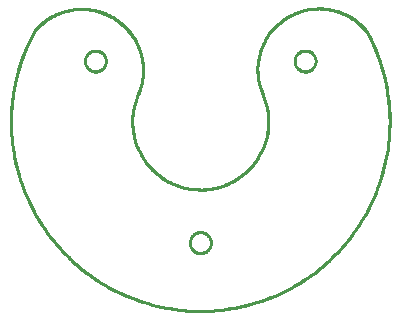
<source format=gko>
G04 EAGLE Gerber RS-274X export*
G75*
%MOMM*%
%FSLAX34Y34*%
%LPD*%
%IN*%
%IPPOS*%
%AMOC8*
5,1,8,0,0,1.08239X$1,22.5*%
G01*
%ADD10C,0.254000*%
%ADD11C,0.000000*%
%ADD12C,0.254000*%


D10*
X-140970Y76200D02*
X-142791Y72730D01*
X-144527Y69217D01*
X-146176Y65663D01*
X-147738Y62069D01*
X-149212Y58438D01*
X-150596Y54772D01*
X-151890Y51073D01*
X-153094Y47344D01*
X-154205Y43587D01*
X-155225Y39803D01*
X-156152Y35996D01*
X-156985Y32167D01*
X-157725Y28319D01*
X-158370Y24454D01*
X-158921Y20574D01*
X-159376Y16682D01*
X-159737Y12780D01*
X-160001Y8870D01*
X-160170Y4955D01*
X-160244Y1038D01*
X-160221Y-2881D01*
X-160103Y-6798D01*
X-159889Y-10710D01*
X-159579Y-14617D01*
X-159174Y-18514D01*
X-158674Y-22401D01*
X-158078Y-26274D01*
X-157389Y-30131D01*
X-156605Y-33971D01*
X-155727Y-37790D01*
X-154757Y-41586D01*
X-153694Y-45358D01*
X-152539Y-49102D01*
X-151293Y-52817D01*
X-149956Y-56501D01*
X-148530Y-60150D01*
X-147014Y-63764D01*
X-145411Y-67340D01*
X-143721Y-70875D01*
X-141945Y-74368D01*
X-140084Y-77817D01*
X-138140Y-81219D01*
X-136113Y-84572D01*
X-134004Y-87875D01*
X-131815Y-91125D01*
X-129548Y-94321D01*
X-127203Y-97461D01*
X-124782Y-100542D01*
X-122286Y-103563D01*
X-119717Y-106522D01*
X-117077Y-109417D01*
X-114366Y-112247D01*
X-111588Y-115010D01*
X-108742Y-117704D01*
X-105832Y-120328D01*
X-102858Y-122880D01*
X-99822Y-125358D01*
X-96727Y-127761D01*
X-93574Y-130088D01*
X-90366Y-132337D01*
X-87103Y-134507D01*
X-83788Y-136597D01*
X-80423Y-138605D01*
X-77010Y-140530D01*
X-73551Y-142371D01*
X-70047Y-144127D01*
X-66502Y-145796D01*
X-62918Y-147379D01*
X-59295Y-148873D01*
X-55637Y-150278D01*
X-51946Y-151594D01*
X-48224Y-152819D01*
X-44473Y-153952D01*
X-40695Y-154994D01*
X-36893Y-155942D01*
X-33069Y-156798D01*
X-29225Y-157559D01*
X-25364Y-158227D01*
X-21488Y-158800D01*
X-17598Y-159278D01*
X-13699Y-159660D01*
X-9791Y-159948D01*
X-5877Y-160139D01*
X-1959Y-160235D01*
X1959Y-160235D01*
X5877Y-160139D01*
X9791Y-159948D01*
X13699Y-159660D01*
X17598Y-159278D01*
X21488Y-158800D01*
X25364Y-158227D01*
X29225Y-157559D01*
X33069Y-156798D01*
X36893Y-155942D01*
X40695Y-154994D01*
X44473Y-153952D01*
X48224Y-152819D01*
X51946Y-151594D01*
X55637Y-150278D01*
X59295Y-148873D01*
X62918Y-147379D01*
X66502Y-145796D01*
X70047Y-144127D01*
X73551Y-142371D01*
X77010Y-140530D01*
X80423Y-138605D01*
X83788Y-136597D01*
X87103Y-134507D01*
X90366Y-132337D01*
X93574Y-130088D01*
X96727Y-127761D01*
X99822Y-125358D01*
X102858Y-122880D01*
X105832Y-120328D01*
X108742Y-117704D01*
X111588Y-115010D01*
X114366Y-112247D01*
X117077Y-109417D01*
X119717Y-106522D01*
X122286Y-103563D01*
X124782Y-100542D01*
X127203Y-97461D01*
X129548Y-94321D01*
X131815Y-91125D01*
X134004Y-87875D01*
X136113Y-84572D01*
X138140Y-81219D01*
X140084Y-77817D01*
X141945Y-74368D01*
X143721Y-70875D01*
X145411Y-67340D01*
X147014Y-63764D01*
X148530Y-60150D01*
X149956Y-56501D01*
X151293Y-52817D01*
X152539Y-49102D01*
X153694Y-45358D01*
X154757Y-41586D01*
X155727Y-37790D01*
X156605Y-33971D01*
X157389Y-30131D01*
X158078Y-26274D01*
X158674Y-22401D01*
X159174Y-18514D01*
X159579Y-14617D01*
X159889Y-10710D01*
X160103Y-6798D01*
X160221Y-2881D01*
X160244Y1038D01*
X160170Y4955D01*
X160001Y8870D01*
X159737Y12780D01*
X159376Y16682D01*
X158921Y20574D01*
X158370Y24454D01*
X157725Y28319D01*
X156985Y32167D01*
X156152Y35996D01*
X155225Y39803D01*
X154205Y43587D01*
X153094Y47344D01*
X151890Y51073D01*
X150596Y54772D01*
X149212Y58438D01*
X147738Y62069D01*
X146176Y65663D01*
X144527Y69217D01*
X142791Y72730D01*
X140970Y76200D01*
X-53340Y21590D02*
X-52822Y22754D01*
X-52332Y23930D01*
X-51870Y25118D01*
X-51438Y26317D01*
X-51036Y27527D01*
X-50663Y28745D01*
X-50321Y29973D01*
X-50008Y31208D01*
X-49726Y32451D01*
X-49474Y33700D01*
X-49253Y34956D01*
X-49063Y36216D01*
X-48903Y37480D01*
X-48775Y38748D01*
X-48678Y40019D01*
X-48612Y41292D01*
X-48577Y42566D01*
X-48573Y43840D01*
X-48601Y45114D01*
X-48660Y46387D01*
X-48749Y47659D01*
X-48870Y48927D01*
X-49022Y50193D01*
X-49205Y51454D01*
X-49419Y52710D01*
X-49664Y53961D01*
X-49939Y55205D01*
X-50244Y56443D01*
X-50580Y57672D01*
X-50946Y58893D01*
X-51341Y60105D01*
X-51766Y61306D01*
X-52220Y62497D01*
X-52704Y63676D01*
X-53216Y64843D01*
X-53756Y65997D01*
X-54325Y67138D01*
X-54921Y68264D01*
X-55545Y69375D01*
X-56196Y70471D01*
X-56873Y71551D01*
X-57577Y72613D01*
X-58306Y73658D01*
X-59061Y74685D01*
X-59841Y75693D01*
X-60645Y76682D01*
X-61473Y77651D01*
X-62325Y78599D01*
X-63199Y79526D01*
X-64096Y80431D01*
X-65015Y81314D01*
X-65956Y82174D01*
X-66917Y83011D01*
X-67898Y83824D01*
X-68899Y84613D01*
X-69919Y85378D01*
X-70957Y86117D01*
X-72013Y86830D01*
X-73086Y87517D01*
X-74176Y88178D01*
X-75282Y88812D01*
X-76403Y89418D01*
X-77538Y89997D01*
X-78687Y90548D01*
X-79850Y91071D01*
X-81024Y91565D01*
X-82211Y92030D01*
X-83408Y92466D01*
X-84616Y92873D01*
X-85834Y93249D01*
X-87060Y93596D01*
X-88295Y93913D01*
X-89536Y94199D01*
X-90785Y94455D01*
X-92039Y94681D01*
X-93299Y94875D01*
X-94563Y95039D01*
X-95830Y95171D01*
X-97101Y95273D01*
X-98373Y95343D01*
X-99647Y95382D01*
X-100921Y95390D01*
X-102196Y95367D01*
X-103469Y95312D01*
X-104740Y95227D01*
X-106010Y95110D01*
X-107275Y94962D01*
X-108537Y94783D01*
X-109794Y94574D01*
X-111046Y94334D01*
X-112291Y94063D01*
X-113530Y93761D01*
X-114760Y93430D01*
X-115982Y93068D01*
X-117195Y92677D01*
X-118398Y92256D01*
X-119590Y91806D01*
X-120771Y91326D01*
X-121940Y90818D01*
X-123096Y90282D01*
X-124238Y89717D01*
X-125367Y89124D01*
X-126480Y88504D01*
X-127578Y87857D01*
X-128660Y87183D01*
X-129725Y86483D01*
X-130772Y85757D01*
X-131802Y85006D01*
X-132812Y84230D01*
X-133804Y83429D01*
X-134775Y82604D01*
X-135726Y81755D01*
X-136656Y80884D01*
X-137564Y79990D01*
X-138450Y79074D01*
X-139314Y78137D01*
X-140154Y77178D01*
X-140970Y76200D01*
X53340Y21590D02*
X52810Y22746D01*
X52309Y23914D01*
X51837Y25094D01*
X51394Y26286D01*
X50980Y27488D01*
X50596Y28699D01*
X50241Y29920D01*
X49916Y31149D01*
X49621Y32385D01*
X49357Y33629D01*
X49123Y34878D01*
X48920Y36133D01*
X48748Y37392D01*
X48606Y38656D01*
X48496Y39922D01*
X48416Y41191D01*
X48368Y42461D01*
X48350Y43732D01*
X48364Y45003D01*
X48408Y46273D01*
X48484Y47542D01*
X48591Y48809D01*
X48729Y50072D01*
X48897Y51332D01*
X49096Y52588D01*
X49326Y53838D01*
X49587Y55082D01*
X49878Y56320D01*
X50199Y57549D01*
X50550Y58771D01*
X50930Y59984D01*
X51341Y61187D01*
X51780Y62380D01*
X52249Y63561D01*
X52746Y64731D01*
X53272Y65889D01*
X53826Y67033D01*
X54408Y68163D01*
X55017Y69278D01*
X55654Y70379D01*
X56317Y71463D01*
X57006Y72531D01*
X57722Y73582D01*
X58462Y74615D01*
X59228Y75629D01*
X60019Y76625D01*
X60833Y77601D01*
X61671Y78556D01*
X62533Y79491D01*
X63417Y80405D01*
X64323Y81296D01*
X65250Y82166D01*
X66199Y83012D01*
X67167Y83835D01*
X68156Y84634D01*
X69164Y85408D01*
X70191Y86158D01*
X71235Y86882D01*
X72298Y87580D01*
X73376Y88253D01*
X74471Y88898D01*
X75582Y89517D01*
X76707Y90109D01*
X77846Y90672D01*
X78999Y91208D01*
X80164Y91715D01*
X81342Y92194D01*
X82531Y92644D01*
X83730Y93064D01*
X84940Y93455D01*
X86159Y93817D01*
X87386Y94148D01*
X88621Y94449D01*
X89863Y94720D01*
X91111Y94961D01*
X92365Y95171D01*
X93623Y95350D01*
X94885Y95499D01*
X96151Y95616D01*
X97419Y95703D01*
X98689Y95758D01*
X99960Y95783D01*
X101231Y95776D01*
X102502Y95738D01*
X103771Y95669D01*
X105038Y95570D01*
X106303Y95439D01*
X107564Y95277D01*
X108820Y95085D01*
X110072Y94862D01*
X111317Y94608D01*
X112556Y94324D01*
X113788Y94010D01*
X115011Y93665D01*
X116226Y93291D01*
X117432Y92887D01*
X118627Y92454D01*
X119811Y91992D01*
X120983Y91501D01*
X122143Y90982D01*
X123291Y90434D01*
X124424Y89858D01*
X125543Y89255D01*
X126647Y88625D01*
X127735Y87967D01*
X128806Y87284D01*
X129861Y86574D01*
X130898Y85839D01*
X131917Y85079D01*
X132917Y84294D01*
X133897Y83485D01*
X134857Y82652D01*
X135797Y81795D01*
X136715Y80917D01*
X137611Y80015D01*
X138486Y79093D01*
X139337Y78149D01*
X140165Y77184D01*
X140970Y76200D01*
X53340Y21590D02*
X53852Y20280D01*
X54332Y18958D01*
X54779Y17624D01*
X55193Y16280D01*
X55574Y14926D01*
X55923Y13564D01*
X56237Y12193D01*
X56519Y10815D01*
X56766Y9430D01*
X56980Y8040D01*
X57159Y6645D01*
X57304Y5246D01*
X57415Y3844D01*
X57492Y2440D01*
X57535Y1034D01*
X57543Y-373D01*
X57516Y-1779D01*
X57456Y-3184D01*
X57361Y-4587D01*
X57232Y-5988D01*
X57068Y-7385D01*
X56871Y-8777D01*
X56639Y-10165D01*
X56374Y-11546D01*
X56075Y-12920D01*
X55742Y-14287D01*
X55376Y-15645D01*
X54978Y-16994D01*
X54546Y-18332D01*
X54081Y-19660D01*
X53585Y-20976D01*
X53056Y-22279D01*
X52496Y-23569D01*
X51904Y-24845D01*
X51281Y-26106D01*
X50628Y-27352D01*
X49944Y-28581D01*
X49231Y-29793D01*
X48488Y-30987D01*
X47716Y-32163D01*
X46916Y-33320D01*
X46088Y-34456D01*
X45232Y-35572D01*
X44349Y-36667D01*
X43439Y-37740D01*
X42504Y-38791D01*
X41543Y-39818D01*
X40558Y-40821D01*
X39548Y-41800D01*
X38515Y-42754D01*
X37458Y-43683D01*
X36379Y-44585D01*
X35279Y-45461D01*
X34157Y-46310D01*
X33015Y-47131D01*
X31853Y-47924D01*
X30673Y-48688D01*
X29474Y-49423D01*
X28257Y-50128D01*
X27023Y-50804D01*
X25774Y-51449D01*
X24508Y-52064D01*
X23229Y-52647D01*
X21935Y-53199D01*
X20628Y-53720D01*
X19309Y-54208D01*
X17979Y-54663D01*
X16637Y-55086D01*
X15286Y-55477D01*
X13926Y-55834D01*
X12557Y-56157D01*
X11181Y-56447D01*
X9798Y-56704D01*
X8409Y-56926D01*
X7015Y-57115D01*
X5617Y-57269D01*
X4216Y-57389D01*
X2812Y-57475D01*
X1406Y-57527D01*
X0Y-57544D01*
X-1406Y-57527D01*
X-2812Y-57475D01*
X-4216Y-57389D01*
X-5617Y-57269D01*
X-7015Y-57115D01*
X-8409Y-56926D01*
X-9798Y-56704D01*
X-11181Y-56447D01*
X-12557Y-56157D01*
X-13926Y-55834D01*
X-15286Y-55477D01*
X-16637Y-55086D01*
X-17979Y-54663D01*
X-19309Y-54208D01*
X-20628Y-53720D01*
X-21935Y-53199D01*
X-23229Y-52647D01*
X-24508Y-52064D01*
X-25774Y-51449D01*
X-27023Y-50804D01*
X-28257Y-50128D01*
X-29474Y-49423D01*
X-30673Y-48688D01*
X-31853Y-47924D01*
X-33015Y-47131D01*
X-34157Y-46310D01*
X-35279Y-45461D01*
X-36379Y-44585D01*
X-37458Y-43683D01*
X-38515Y-42754D01*
X-39548Y-41800D01*
X-40558Y-40821D01*
X-41543Y-39818D01*
X-42504Y-38791D01*
X-43439Y-37740D01*
X-44349Y-36667D01*
X-45232Y-35572D01*
X-46088Y-34456D01*
X-46916Y-33320D01*
X-47716Y-32163D01*
X-48488Y-30987D01*
X-49231Y-29793D01*
X-49944Y-28581D01*
X-50628Y-27352D01*
X-51281Y-26106D01*
X-51904Y-24845D01*
X-52496Y-23569D01*
X-53056Y-22279D01*
X-53585Y-20976D01*
X-54081Y-19660D01*
X-54546Y-18332D01*
X-54978Y-16994D01*
X-55376Y-15645D01*
X-55742Y-14287D01*
X-56075Y-12920D01*
X-56374Y-11546D01*
X-56639Y-10165D01*
X-56871Y-8777D01*
X-57068Y-7385D01*
X-57232Y-5988D01*
X-57361Y-4587D01*
X-57456Y-3184D01*
X-57516Y-1779D01*
X-57543Y-373D01*
X-57535Y1034D01*
X-57492Y2440D01*
X-57415Y3844D01*
X-57304Y5246D01*
X-57159Y6645D01*
X-56980Y8040D01*
X-56766Y9430D01*
X-56519Y10815D01*
X-56237Y12193D01*
X-55923Y13564D01*
X-55574Y14926D01*
X-55193Y16280D01*
X-54779Y17624D01*
X-54332Y18958D01*
X-53852Y20280D01*
X-53340Y21590D01*
D11*
X-97658Y51250D02*
X-97655Y51468D01*
X-97647Y51686D01*
X-97634Y51904D01*
X-97615Y52121D01*
X-97591Y52338D01*
X-97562Y52554D01*
X-97527Y52770D01*
X-97487Y52984D01*
X-97442Y53198D01*
X-97392Y53410D01*
X-97336Y53621D01*
X-97275Y53831D01*
X-97209Y54039D01*
X-97138Y54245D01*
X-97062Y54449D01*
X-96981Y54652D01*
X-96895Y54853D01*
X-96804Y55051D01*
X-96709Y55247D01*
X-96608Y55441D01*
X-96503Y55632D01*
X-96393Y55820D01*
X-96279Y56006D01*
X-96160Y56189D01*
X-96036Y56369D01*
X-95909Y56546D01*
X-95776Y56719D01*
X-95640Y56890D01*
X-95500Y57057D01*
X-95355Y57220D01*
X-95207Y57380D01*
X-95054Y57536D01*
X-94898Y57689D01*
X-94738Y57837D01*
X-94575Y57982D01*
X-94408Y58122D01*
X-94237Y58258D01*
X-94064Y58391D01*
X-93887Y58518D01*
X-93707Y58642D01*
X-93524Y58761D01*
X-93338Y58875D01*
X-93150Y58985D01*
X-92959Y59090D01*
X-92765Y59191D01*
X-92569Y59286D01*
X-92371Y59377D01*
X-92170Y59463D01*
X-91967Y59544D01*
X-91763Y59620D01*
X-91557Y59691D01*
X-91349Y59757D01*
X-91139Y59818D01*
X-90928Y59874D01*
X-90716Y59924D01*
X-90502Y59969D01*
X-90288Y60009D01*
X-90072Y60044D01*
X-89856Y60073D01*
X-89639Y60097D01*
X-89422Y60116D01*
X-89204Y60129D01*
X-88986Y60137D01*
X-88768Y60140D01*
X-88550Y60137D01*
X-88332Y60129D01*
X-88114Y60116D01*
X-87897Y60097D01*
X-87680Y60073D01*
X-87464Y60044D01*
X-87248Y60009D01*
X-87034Y59969D01*
X-86820Y59924D01*
X-86608Y59874D01*
X-86397Y59818D01*
X-86187Y59757D01*
X-85979Y59691D01*
X-85773Y59620D01*
X-85569Y59544D01*
X-85366Y59463D01*
X-85165Y59377D01*
X-84967Y59286D01*
X-84771Y59191D01*
X-84577Y59090D01*
X-84386Y58985D01*
X-84198Y58875D01*
X-84012Y58761D01*
X-83829Y58642D01*
X-83649Y58518D01*
X-83472Y58391D01*
X-83299Y58258D01*
X-83128Y58122D01*
X-82961Y57982D01*
X-82798Y57837D01*
X-82638Y57689D01*
X-82482Y57536D01*
X-82329Y57380D01*
X-82181Y57220D01*
X-82036Y57057D01*
X-81896Y56890D01*
X-81760Y56719D01*
X-81627Y56546D01*
X-81500Y56369D01*
X-81376Y56189D01*
X-81257Y56006D01*
X-81143Y55820D01*
X-81033Y55632D01*
X-80928Y55441D01*
X-80827Y55247D01*
X-80732Y55051D01*
X-80641Y54853D01*
X-80555Y54652D01*
X-80474Y54449D01*
X-80398Y54245D01*
X-80327Y54039D01*
X-80261Y53831D01*
X-80200Y53621D01*
X-80144Y53410D01*
X-80094Y53198D01*
X-80049Y52984D01*
X-80009Y52770D01*
X-79974Y52554D01*
X-79945Y52338D01*
X-79921Y52121D01*
X-79902Y51904D01*
X-79889Y51686D01*
X-79881Y51468D01*
X-79878Y51250D01*
X-79881Y51032D01*
X-79889Y50814D01*
X-79902Y50596D01*
X-79921Y50379D01*
X-79945Y50162D01*
X-79974Y49946D01*
X-80009Y49730D01*
X-80049Y49516D01*
X-80094Y49302D01*
X-80144Y49090D01*
X-80200Y48879D01*
X-80261Y48669D01*
X-80327Y48461D01*
X-80398Y48255D01*
X-80474Y48051D01*
X-80555Y47848D01*
X-80641Y47647D01*
X-80732Y47449D01*
X-80827Y47253D01*
X-80928Y47059D01*
X-81033Y46868D01*
X-81143Y46680D01*
X-81257Y46494D01*
X-81376Y46311D01*
X-81500Y46131D01*
X-81627Y45954D01*
X-81760Y45781D01*
X-81896Y45610D01*
X-82036Y45443D01*
X-82181Y45280D01*
X-82329Y45120D01*
X-82482Y44964D01*
X-82638Y44811D01*
X-82798Y44663D01*
X-82961Y44518D01*
X-83128Y44378D01*
X-83299Y44242D01*
X-83472Y44109D01*
X-83649Y43982D01*
X-83829Y43858D01*
X-84012Y43739D01*
X-84198Y43625D01*
X-84386Y43515D01*
X-84577Y43410D01*
X-84771Y43309D01*
X-84967Y43214D01*
X-85165Y43123D01*
X-85366Y43037D01*
X-85569Y42956D01*
X-85773Y42880D01*
X-85979Y42809D01*
X-86187Y42743D01*
X-86397Y42682D01*
X-86608Y42626D01*
X-86820Y42576D01*
X-87034Y42531D01*
X-87248Y42491D01*
X-87464Y42456D01*
X-87680Y42427D01*
X-87897Y42403D01*
X-88114Y42384D01*
X-88332Y42371D01*
X-88550Y42363D01*
X-88768Y42360D01*
X-88986Y42363D01*
X-89204Y42371D01*
X-89422Y42384D01*
X-89639Y42403D01*
X-89856Y42427D01*
X-90072Y42456D01*
X-90288Y42491D01*
X-90502Y42531D01*
X-90716Y42576D01*
X-90928Y42626D01*
X-91139Y42682D01*
X-91349Y42743D01*
X-91557Y42809D01*
X-91763Y42880D01*
X-91967Y42956D01*
X-92170Y43037D01*
X-92371Y43123D01*
X-92569Y43214D01*
X-92765Y43309D01*
X-92959Y43410D01*
X-93150Y43515D01*
X-93338Y43625D01*
X-93524Y43739D01*
X-93707Y43858D01*
X-93887Y43982D01*
X-94064Y44109D01*
X-94237Y44242D01*
X-94408Y44378D01*
X-94575Y44518D01*
X-94738Y44663D01*
X-94898Y44811D01*
X-95054Y44964D01*
X-95207Y45120D01*
X-95355Y45280D01*
X-95500Y45443D01*
X-95640Y45610D01*
X-95776Y45781D01*
X-95909Y45954D01*
X-96036Y46131D01*
X-96160Y46311D01*
X-96279Y46494D01*
X-96393Y46680D01*
X-96503Y46868D01*
X-96608Y47059D01*
X-96709Y47253D01*
X-96804Y47449D01*
X-96895Y47647D01*
X-96981Y47848D01*
X-97062Y48051D01*
X-97138Y48255D01*
X-97209Y48461D01*
X-97275Y48669D01*
X-97336Y48879D01*
X-97392Y49090D01*
X-97442Y49302D01*
X-97487Y49516D01*
X-97527Y49730D01*
X-97562Y49946D01*
X-97591Y50162D01*
X-97615Y50379D01*
X-97634Y50596D01*
X-97647Y50814D01*
X-97655Y51032D01*
X-97658Y51250D01*
X-8890Y-102500D02*
X-8887Y-102282D01*
X-8879Y-102064D01*
X-8866Y-101846D01*
X-8847Y-101629D01*
X-8823Y-101412D01*
X-8794Y-101196D01*
X-8759Y-100980D01*
X-8719Y-100766D01*
X-8674Y-100552D01*
X-8624Y-100340D01*
X-8568Y-100129D01*
X-8507Y-99919D01*
X-8441Y-99711D01*
X-8370Y-99505D01*
X-8294Y-99301D01*
X-8213Y-99098D01*
X-8127Y-98897D01*
X-8036Y-98699D01*
X-7941Y-98503D01*
X-7840Y-98309D01*
X-7735Y-98118D01*
X-7625Y-97930D01*
X-7511Y-97744D01*
X-7392Y-97561D01*
X-7268Y-97381D01*
X-7141Y-97204D01*
X-7008Y-97031D01*
X-6872Y-96860D01*
X-6732Y-96693D01*
X-6587Y-96530D01*
X-6439Y-96370D01*
X-6286Y-96214D01*
X-6130Y-96061D01*
X-5970Y-95913D01*
X-5807Y-95768D01*
X-5640Y-95628D01*
X-5469Y-95492D01*
X-5296Y-95359D01*
X-5119Y-95232D01*
X-4939Y-95108D01*
X-4756Y-94989D01*
X-4570Y-94875D01*
X-4382Y-94765D01*
X-4191Y-94660D01*
X-3997Y-94559D01*
X-3801Y-94464D01*
X-3603Y-94373D01*
X-3402Y-94287D01*
X-3199Y-94206D01*
X-2995Y-94130D01*
X-2789Y-94059D01*
X-2581Y-93993D01*
X-2371Y-93932D01*
X-2160Y-93876D01*
X-1948Y-93826D01*
X-1734Y-93781D01*
X-1520Y-93741D01*
X-1304Y-93706D01*
X-1088Y-93677D01*
X-871Y-93653D01*
X-654Y-93634D01*
X-436Y-93621D01*
X-218Y-93613D01*
X0Y-93610D01*
X218Y-93613D01*
X436Y-93621D01*
X654Y-93634D01*
X871Y-93653D01*
X1088Y-93677D01*
X1304Y-93706D01*
X1520Y-93741D01*
X1734Y-93781D01*
X1948Y-93826D01*
X2160Y-93876D01*
X2371Y-93932D01*
X2581Y-93993D01*
X2789Y-94059D01*
X2995Y-94130D01*
X3199Y-94206D01*
X3402Y-94287D01*
X3603Y-94373D01*
X3801Y-94464D01*
X3997Y-94559D01*
X4191Y-94660D01*
X4382Y-94765D01*
X4570Y-94875D01*
X4756Y-94989D01*
X4939Y-95108D01*
X5119Y-95232D01*
X5296Y-95359D01*
X5469Y-95492D01*
X5640Y-95628D01*
X5807Y-95768D01*
X5970Y-95913D01*
X6130Y-96061D01*
X6286Y-96214D01*
X6439Y-96370D01*
X6587Y-96530D01*
X6732Y-96693D01*
X6872Y-96860D01*
X7008Y-97031D01*
X7141Y-97204D01*
X7268Y-97381D01*
X7392Y-97561D01*
X7511Y-97744D01*
X7625Y-97930D01*
X7735Y-98118D01*
X7840Y-98309D01*
X7941Y-98503D01*
X8036Y-98699D01*
X8127Y-98897D01*
X8213Y-99098D01*
X8294Y-99301D01*
X8370Y-99505D01*
X8441Y-99711D01*
X8507Y-99919D01*
X8568Y-100129D01*
X8624Y-100340D01*
X8674Y-100552D01*
X8719Y-100766D01*
X8759Y-100980D01*
X8794Y-101196D01*
X8823Y-101412D01*
X8847Y-101629D01*
X8866Y-101846D01*
X8879Y-102064D01*
X8887Y-102282D01*
X8890Y-102500D01*
X8887Y-102718D01*
X8879Y-102936D01*
X8866Y-103154D01*
X8847Y-103371D01*
X8823Y-103588D01*
X8794Y-103804D01*
X8759Y-104020D01*
X8719Y-104234D01*
X8674Y-104448D01*
X8624Y-104660D01*
X8568Y-104871D01*
X8507Y-105081D01*
X8441Y-105289D01*
X8370Y-105495D01*
X8294Y-105699D01*
X8213Y-105902D01*
X8127Y-106103D01*
X8036Y-106301D01*
X7941Y-106497D01*
X7840Y-106691D01*
X7735Y-106882D01*
X7625Y-107070D01*
X7511Y-107256D01*
X7392Y-107439D01*
X7268Y-107619D01*
X7141Y-107796D01*
X7008Y-107969D01*
X6872Y-108140D01*
X6732Y-108307D01*
X6587Y-108470D01*
X6439Y-108630D01*
X6286Y-108786D01*
X6130Y-108939D01*
X5970Y-109087D01*
X5807Y-109232D01*
X5640Y-109372D01*
X5469Y-109508D01*
X5296Y-109641D01*
X5119Y-109768D01*
X4939Y-109892D01*
X4756Y-110011D01*
X4570Y-110125D01*
X4382Y-110235D01*
X4191Y-110340D01*
X3997Y-110441D01*
X3801Y-110536D01*
X3603Y-110627D01*
X3402Y-110713D01*
X3199Y-110794D01*
X2995Y-110870D01*
X2789Y-110941D01*
X2581Y-111007D01*
X2371Y-111068D01*
X2160Y-111124D01*
X1948Y-111174D01*
X1734Y-111219D01*
X1520Y-111259D01*
X1304Y-111294D01*
X1088Y-111323D01*
X871Y-111347D01*
X654Y-111366D01*
X436Y-111379D01*
X218Y-111387D01*
X0Y-111390D01*
X-218Y-111387D01*
X-436Y-111379D01*
X-654Y-111366D01*
X-871Y-111347D01*
X-1088Y-111323D01*
X-1304Y-111294D01*
X-1520Y-111259D01*
X-1734Y-111219D01*
X-1948Y-111174D01*
X-2160Y-111124D01*
X-2371Y-111068D01*
X-2581Y-111007D01*
X-2789Y-110941D01*
X-2995Y-110870D01*
X-3199Y-110794D01*
X-3402Y-110713D01*
X-3603Y-110627D01*
X-3801Y-110536D01*
X-3997Y-110441D01*
X-4191Y-110340D01*
X-4382Y-110235D01*
X-4570Y-110125D01*
X-4756Y-110011D01*
X-4939Y-109892D01*
X-5119Y-109768D01*
X-5296Y-109641D01*
X-5469Y-109508D01*
X-5640Y-109372D01*
X-5807Y-109232D01*
X-5970Y-109087D01*
X-6130Y-108939D01*
X-6286Y-108786D01*
X-6439Y-108630D01*
X-6587Y-108470D01*
X-6732Y-108307D01*
X-6872Y-108140D01*
X-7008Y-107969D01*
X-7141Y-107796D01*
X-7268Y-107619D01*
X-7392Y-107439D01*
X-7511Y-107256D01*
X-7625Y-107070D01*
X-7735Y-106882D01*
X-7840Y-106691D01*
X-7941Y-106497D01*
X-8036Y-106301D01*
X-8127Y-106103D01*
X-8213Y-105902D01*
X-8294Y-105699D01*
X-8370Y-105495D01*
X-8441Y-105289D01*
X-8507Y-105081D01*
X-8568Y-104871D01*
X-8624Y-104660D01*
X-8674Y-104448D01*
X-8719Y-104234D01*
X-8759Y-104020D01*
X-8794Y-103804D01*
X-8823Y-103588D01*
X-8847Y-103371D01*
X-8866Y-103154D01*
X-8879Y-102936D01*
X-8887Y-102718D01*
X-8890Y-102500D01*
X79878Y51250D02*
X79881Y51468D01*
X79889Y51686D01*
X79902Y51904D01*
X79921Y52121D01*
X79945Y52338D01*
X79974Y52554D01*
X80009Y52770D01*
X80049Y52984D01*
X80094Y53198D01*
X80144Y53410D01*
X80200Y53621D01*
X80261Y53831D01*
X80327Y54039D01*
X80398Y54245D01*
X80474Y54449D01*
X80555Y54652D01*
X80641Y54853D01*
X80732Y55051D01*
X80827Y55247D01*
X80928Y55441D01*
X81033Y55632D01*
X81143Y55820D01*
X81257Y56006D01*
X81376Y56189D01*
X81500Y56369D01*
X81627Y56546D01*
X81760Y56719D01*
X81896Y56890D01*
X82036Y57057D01*
X82181Y57220D01*
X82329Y57380D01*
X82482Y57536D01*
X82638Y57689D01*
X82798Y57837D01*
X82961Y57982D01*
X83128Y58122D01*
X83299Y58258D01*
X83472Y58391D01*
X83649Y58518D01*
X83829Y58642D01*
X84012Y58761D01*
X84198Y58875D01*
X84386Y58985D01*
X84577Y59090D01*
X84771Y59191D01*
X84967Y59286D01*
X85165Y59377D01*
X85366Y59463D01*
X85569Y59544D01*
X85773Y59620D01*
X85979Y59691D01*
X86187Y59757D01*
X86397Y59818D01*
X86608Y59874D01*
X86820Y59924D01*
X87034Y59969D01*
X87248Y60009D01*
X87464Y60044D01*
X87680Y60073D01*
X87897Y60097D01*
X88114Y60116D01*
X88332Y60129D01*
X88550Y60137D01*
X88768Y60140D01*
X88986Y60137D01*
X89204Y60129D01*
X89422Y60116D01*
X89639Y60097D01*
X89856Y60073D01*
X90072Y60044D01*
X90288Y60009D01*
X90502Y59969D01*
X90716Y59924D01*
X90928Y59874D01*
X91139Y59818D01*
X91349Y59757D01*
X91557Y59691D01*
X91763Y59620D01*
X91967Y59544D01*
X92170Y59463D01*
X92371Y59377D01*
X92569Y59286D01*
X92765Y59191D01*
X92959Y59090D01*
X93150Y58985D01*
X93338Y58875D01*
X93524Y58761D01*
X93707Y58642D01*
X93887Y58518D01*
X94064Y58391D01*
X94237Y58258D01*
X94408Y58122D01*
X94575Y57982D01*
X94738Y57837D01*
X94898Y57689D01*
X95054Y57536D01*
X95207Y57380D01*
X95355Y57220D01*
X95500Y57057D01*
X95640Y56890D01*
X95776Y56719D01*
X95909Y56546D01*
X96036Y56369D01*
X96160Y56189D01*
X96279Y56006D01*
X96393Y55820D01*
X96503Y55632D01*
X96608Y55441D01*
X96709Y55247D01*
X96804Y55051D01*
X96895Y54853D01*
X96981Y54652D01*
X97062Y54449D01*
X97138Y54245D01*
X97209Y54039D01*
X97275Y53831D01*
X97336Y53621D01*
X97392Y53410D01*
X97442Y53198D01*
X97487Y52984D01*
X97527Y52770D01*
X97562Y52554D01*
X97591Y52338D01*
X97615Y52121D01*
X97634Y51904D01*
X97647Y51686D01*
X97655Y51468D01*
X97658Y51250D01*
X97655Y51032D01*
X97647Y50814D01*
X97634Y50596D01*
X97615Y50379D01*
X97591Y50162D01*
X97562Y49946D01*
X97527Y49730D01*
X97487Y49516D01*
X97442Y49302D01*
X97392Y49090D01*
X97336Y48879D01*
X97275Y48669D01*
X97209Y48461D01*
X97138Y48255D01*
X97062Y48051D01*
X96981Y47848D01*
X96895Y47647D01*
X96804Y47449D01*
X96709Y47253D01*
X96608Y47059D01*
X96503Y46868D01*
X96393Y46680D01*
X96279Y46494D01*
X96160Y46311D01*
X96036Y46131D01*
X95909Y45954D01*
X95776Y45781D01*
X95640Y45610D01*
X95500Y45443D01*
X95355Y45280D01*
X95207Y45120D01*
X95054Y44964D01*
X94898Y44811D01*
X94738Y44663D01*
X94575Y44518D01*
X94408Y44378D01*
X94237Y44242D01*
X94064Y44109D01*
X93887Y43982D01*
X93707Y43858D01*
X93524Y43739D01*
X93338Y43625D01*
X93150Y43515D01*
X92959Y43410D01*
X92765Y43309D01*
X92569Y43214D01*
X92371Y43123D01*
X92170Y43037D01*
X91967Y42956D01*
X91763Y42880D01*
X91557Y42809D01*
X91349Y42743D01*
X91139Y42682D01*
X90928Y42626D01*
X90716Y42576D01*
X90502Y42531D01*
X90288Y42491D01*
X90072Y42456D01*
X89856Y42427D01*
X89639Y42403D01*
X89422Y42384D01*
X89204Y42371D01*
X88986Y42363D01*
X88768Y42360D01*
X88550Y42363D01*
X88332Y42371D01*
X88114Y42384D01*
X87897Y42403D01*
X87680Y42427D01*
X87464Y42456D01*
X87248Y42491D01*
X87034Y42531D01*
X86820Y42576D01*
X86608Y42626D01*
X86397Y42682D01*
X86187Y42743D01*
X85979Y42809D01*
X85773Y42880D01*
X85569Y42956D01*
X85366Y43037D01*
X85165Y43123D01*
X84967Y43214D01*
X84771Y43309D01*
X84577Y43410D01*
X84386Y43515D01*
X84198Y43625D01*
X84012Y43739D01*
X83829Y43858D01*
X83649Y43982D01*
X83472Y44109D01*
X83299Y44242D01*
X83128Y44378D01*
X82961Y44518D01*
X82798Y44663D01*
X82638Y44811D01*
X82482Y44964D01*
X82329Y45120D01*
X82181Y45280D01*
X82036Y45443D01*
X81896Y45610D01*
X81760Y45781D01*
X81627Y45954D01*
X81500Y46131D01*
X81376Y46311D01*
X81257Y46494D01*
X81143Y46680D01*
X81033Y46868D01*
X80928Y47059D01*
X80827Y47253D01*
X80732Y47449D01*
X80641Y47647D01*
X80555Y47848D01*
X80474Y48051D01*
X80398Y48255D01*
X80327Y48461D01*
X80261Y48669D01*
X80200Y48879D01*
X80144Y49090D01*
X80094Y49302D01*
X80049Y49516D01*
X80009Y49730D01*
X79974Y49946D01*
X79945Y50162D01*
X79921Y50379D01*
X79902Y50596D01*
X79889Y50814D01*
X79881Y51032D01*
X79878Y51250D01*
D12*
X-140970Y76200D02*
X-147075Y63624D01*
X-152060Y50563D01*
X-155889Y37118D01*
X-158530Y23390D01*
X-159966Y9484D01*
X-160184Y-4494D01*
X-159182Y-18438D01*
X-156970Y-32241D01*
X-153562Y-45799D01*
X-148986Y-59009D01*
X-143276Y-71769D01*
X-136476Y-83984D01*
X-128637Y-95559D01*
X-119819Y-106407D01*
X-110089Y-116445D01*
X-99522Y-125596D01*
X-88196Y-133792D01*
X-76200Y-140970D01*
X-63624Y-147075D01*
X-50563Y-152060D01*
X-37118Y-155889D01*
X-23390Y-158530D01*
X-9484Y-159966D01*
X4494Y-160184D01*
X18438Y-159182D01*
X32241Y-156970D01*
X45799Y-153562D01*
X59009Y-148986D01*
X71769Y-143276D01*
X83984Y-136476D01*
X95559Y-128637D01*
X106407Y-119819D01*
X116445Y-110089D01*
X125596Y-99522D01*
X133792Y-88196D01*
X140970Y-76200D01*
X147075Y-63624D01*
X152060Y-50563D01*
X155889Y-37118D01*
X158530Y-23390D01*
X159966Y-9484D01*
X160184Y4494D01*
X159182Y18438D01*
X156970Y32241D01*
X153562Y45799D01*
X148986Y59009D01*
X143276Y71769D01*
X140970Y76200D01*
X137992Y79619D01*
X134728Y82766D01*
X131202Y85617D01*
X127441Y88149D01*
X123473Y90343D01*
X119330Y92184D01*
X115041Y93656D01*
X110641Y94750D01*
X106162Y95455D01*
X101639Y95767D01*
X97106Y95684D01*
X92597Y95206D01*
X88147Y94337D01*
X83789Y93084D01*
X79558Y91455D01*
X75484Y89464D01*
X71600Y87126D01*
X67934Y84458D01*
X64515Y81480D01*
X61368Y78216D01*
X58518Y74690D01*
X55986Y70928D01*
X53791Y66961D01*
X51950Y62817D01*
X50478Y58529D01*
X49385Y54129D01*
X48679Y49650D01*
X48367Y45126D01*
X48450Y40593D01*
X48928Y36084D01*
X49797Y31634D01*
X51050Y27277D01*
X52679Y23045D01*
X53340Y21590D01*
X55019Y16859D01*
X56279Y12000D01*
X57110Y7049D01*
X57507Y2045D01*
X57467Y-2975D01*
X56989Y-7973D01*
X56077Y-12909D01*
X54739Y-17747D01*
X52984Y-22451D01*
X50825Y-26983D01*
X48280Y-31310D01*
X45368Y-35399D01*
X42110Y-39218D01*
X38531Y-42739D01*
X34660Y-45935D01*
X30524Y-48781D01*
X26157Y-51255D01*
X21590Y-53340D01*
X16859Y-55019D01*
X12000Y-56279D01*
X7049Y-57110D01*
X2045Y-57507D01*
X-2975Y-57467D01*
X-7973Y-56989D01*
X-12909Y-56077D01*
X-17747Y-54739D01*
X-22451Y-52984D01*
X-26983Y-50825D01*
X-31310Y-48280D01*
X-35399Y-45368D01*
X-39218Y-42110D01*
X-42739Y-38531D01*
X-45935Y-34660D01*
X-48781Y-30524D01*
X-51255Y-26157D01*
X-53340Y-21590D01*
X-55019Y-16859D01*
X-56279Y-12000D01*
X-57110Y-7049D01*
X-57507Y-2045D01*
X-57467Y2975D01*
X-56989Y7973D01*
X-56077Y12909D01*
X-54739Y17747D01*
X-53340Y21590D01*
X-51623Y25793D01*
X-50279Y30129D01*
X-49318Y34566D01*
X-48747Y39069D01*
X-48571Y43606D01*
X-48791Y48140D01*
X-49406Y52638D01*
X-50410Y57065D01*
X-51796Y61388D01*
X-53553Y65574D01*
X-55669Y69590D01*
X-58127Y73407D01*
X-60908Y76996D01*
X-63991Y80328D01*
X-67353Y83378D01*
X-70968Y86125D01*
X-74808Y88545D01*
X-78845Y90622D01*
X-83048Y92339D01*
X-87384Y93683D01*
X-91821Y94644D01*
X-96325Y95215D01*
X-100861Y95391D01*
X-105395Y95171D01*
X-109893Y94556D01*
X-114321Y93552D01*
X-118644Y92166D01*
X-122829Y90409D01*
X-126846Y88293D01*
X-130663Y85835D01*
X-134251Y83054D01*
X-137583Y79971D01*
X-140634Y76609D01*
X-140970Y76200D01*
X-79878Y50862D02*
X-79945Y50089D01*
X-80080Y49324D01*
X-80281Y48574D01*
X-80546Y47845D01*
X-80875Y47141D01*
X-81263Y46469D01*
X-81708Y45833D01*
X-82207Y45238D01*
X-82756Y44689D01*
X-83351Y44190D01*
X-83986Y43745D01*
X-84659Y43357D01*
X-85362Y43029D01*
X-86092Y42763D01*
X-86842Y42562D01*
X-87606Y42428D01*
X-88379Y42360D01*
X-89156Y42360D01*
X-89929Y42428D01*
X-90694Y42562D01*
X-91443Y42763D01*
X-92173Y43029D01*
X-92876Y43357D01*
X-93549Y43745D01*
X-94185Y44190D01*
X-94779Y44689D01*
X-95328Y45238D01*
X-95827Y45833D01*
X-96273Y46469D01*
X-96661Y47141D01*
X-96989Y47845D01*
X-97254Y48574D01*
X-97455Y49324D01*
X-97590Y50089D01*
X-97658Y50862D01*
X-97658Y51638D01*
X-97590Y52411D01*
X-97455Y53176D01*
X-97254Y53926D01*
X-96989Y54655D01*
X-96661Y55359D01*
X-96273Y56031D01*
X-95827Y56667D01*
X-95328Y57262D01*
X-94779Y57811D01*
X-94185Y58310D01*
X-93549Y58755D01*
X-92876Y59143D01*
X-92173Y59471D01*
X-91443Y59737D01*
X-90694Y59938D01*
X-89929Y60072D01*
X-89156Y60140D01*
X-88379Y60140D01*
X-87606Y60072D01*
X-86842Y59938D01*
X-86092Y59737D01*
X-85362Y59471D01*
X-84659Y59143D01*
X-83986Y58755D01*
X-83351Y58310D01*
X-82756Y57811D01*
X-82207Y57262D01*
X-81708Y56667D01*
X-81263Y56031D01*
X-80875Y55359D01*
X-80546Y54655D01*
X-80281Y53926D01*
X-80080Y53176D01*
X-79945Y52411D01*
X-79878Y51638D01*
X-79878Y50862D01*
X8890Y-102888D02*
X8822Y-103661D01*
X8688Y-104426D01*
X8487Y-105176D01*
X8221Y-105905D01*
X7893Y-106609D01*
X7505Y-107281D01*
X7060Y-107917D01*
X6561Y-108512D01*
X6012Y-109061D01*
X5417Y-109560D01*
X4781Y-110005D01*
X4109Y-110393D01*
X3405Y-110721D01*
X2676Y-110987D01*
X1926Y-111188D01*
X1161Y-111322D01*
X388Y-111390D01*
X-388Y-111390D01*
X-1161Y-111322D01*
X-1926Y-111188D01*
X-2676Y-110987D01*
X-3405Y-110721D01*
X-4109Y-110393D01*
X-4781Y-110005D01*
X-5417Y-109560D01*
X-6012Y-109061D01*
X-6561Y-108512D01*
X-7060Y-107917D01*
X-7505Y-107281D01*
X-7893Y-106609D01*
X-8221Y-105905D01*
X-8487Y-105176D01*
X-8688Y-104426D01*
X-8822Y-103661D01*
X-8890Y-102888D01*
X-8890Y-102112D01*
X-8822Y-101339D01*
X-8688Y-100574D01*
X-8487Y-99824D01*
X-8221Y-99095D01*
X-7893Y-98391D01*
X-7505Y-97719D01*
X-7060Y-97083D01*
X-6561Y-96488D01*
X-6012Y-95939D01*
X-5417Y-95440D01*
X-4781Y-94995D01*
X-4109Y-94607D01*
X-3405Y-94279D01*
X-2676Y-94013D01*
X-1926Y-93812D01*
X-1161Y-93678D01*
X-388Y-93610D01*
X388Y-93610D01*
X1161Y-93678D01*
X1926Y-93812D01*
X2676Y-94013D01*
X3405Y-94279D01*
X4109Y-94607D01*
X4781Y-94995D01*
X5417Y-95440D01*
X6012Y-95939D01*
X6561Y-96488D01*
X7060Y-97083D01*
X7505Y-97719D01*
X7893Y-98391D01*
X8221Y-99095D01*
X8487Y-99824D01*
X8688Y-100574D01*
X8822Y-101339D01*
X8890Y-102112D01*
X8890Y-102888D01*
X97658Y50862D02*
X97590Y50089D01*
X97455Y49324D01*
X97254Y48574D01*
X96989Y47845D01*
X96661Y47141D01*
X96273Y46469D01*
X95827Y45833D01*
X95328Y45238D01*
X94779Y44689D01*
X94185Y44190D01*
X93549Y43745D01*
X92876Y43357D01*
X92173Y43029D01*
X91443Y42763D01*
X90694Y42562D01*
X89929Y42428D01*
X89156Y42360D01*
X88379Y42360D01*
X87606Y42428D01*
X86842Y42562D01*
X86092Y42763D01*
X85362Y43029D01*
X84659Y43357D01*
X83986Y43745D01*
X83351Y44190D01*
X82756Y44689D01*
X82207Y45238D01*
X81708Y45833D01*
X81263Y46469D01*
X80875Y47141D01*
X80546Y47845D01*
X80281Y48574D01*
X80080Y49324D01*
X79945Y50089D01*
X79878Y50862D01*
X79878Y51638D01*
X79945Y52411D01*
X80080Y53176D01*
X80281Y53926D01*
X80546Y54655D01*
X80875Y55359D01*
X81263Y56031D01*
X81708Y56667D01*
X82207Y57262D01*
X82756Y57811D01*
X83351Y58310D01*
X83986Y58755D01*
X84659Y59143D01*
X85362Y59471D01*
X86092Y59737D01*
X86842Y59938D01*
X87606Y60072D01*
X88379Y60140D01*
X89156Y60140D01*
X89929Y60072D01*
X90694Y59938D01*
X91443Y59737D01*
X92173Y59471D01*
X92876Y59143D01*
X93549Y58755D01*
X94185Y58310D01*
X94779Y57811D01*
X95328Y57262D01*
X95827Y56667D01*
X96273Y56031D01*
X96661Y55359D01*
X96989Y54655D01*
X97254Y53926D01*
X97455Y53176D01*
X97590Y52411D01*
X97658Y51638D01*
X97658Y50862D01*
M02*

</source>
